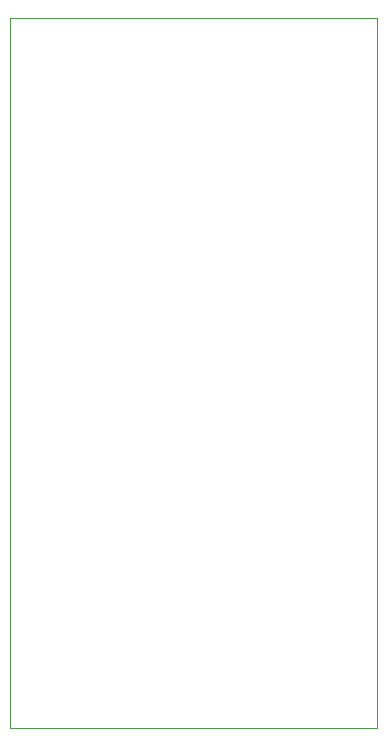
<source format=gbr>
%TF.GenerationSoftware,KiCad,Pcbnew,9.0.2*%
%TF.CreationDate,2025-07-02T00:41:41+02:00*%
%TF.ProjectId,flex_aufsatz,666c6578-5f61-4756-9673-61747a2e6b69,rev?*%
%TF.SameCoordinates,Original*%
%TF.FileFunction,Profile,NP*%
%FSLAX46Y46*%
G04 Gerber Fmt 4.6, Leading zero omitted, Abs format (unit mm)*
G04 Created by KiCad (PCBNEW 9.0.2) date 2025-07-02 00:41:41*
%MOMM*%
%LPD*%
G01*
G04 APERTURE LIST*
%TA.AperFunction,Profile*%
%ADD10C,0.050000*%
%TD*%
G04 APERTURE END LIST*
D10*
X92600000Y-154000000D02*
X121650000Y-154000000D01*
X121650000Y-154000000D02*
X122700000Y-154000000D01*
X122700000Y-154000000D02*
X122700000Y-93900000D01*
X92600000Y-154000000D02*
X91600000Y-154000000D01*
X122700000Y-93900000D02*
X91600000Y-93900000D01*
X91600000Y-154000000D02*
X91600000Y-93900000D01*
M02*

</source>
